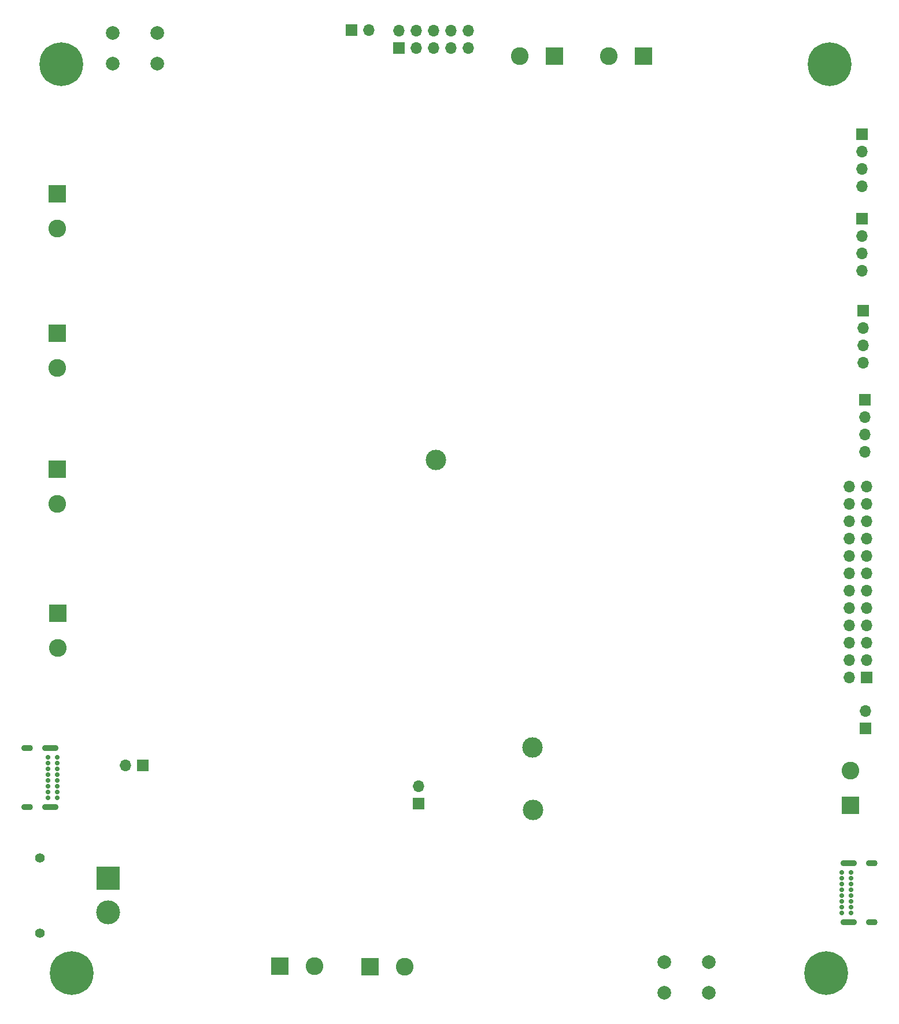
<source format=gbs>
%TF.GenerationSoftware,KiCad,Pcbnew,(5.1.10)-1*%
%TF.CreationDate,2021-09-21T14:48:15-05:00*%
%TF.ProjectId,SkidSteer_PCB,536b6964-5374-4656-9572-5f5043422e6b,rev?*%
%TF.SameCoordinates,Original*%
%TF.FileFunction,Soldermask,Bot*%
%TF.FilePolarity,Negative*%
%FSLAX46Y46*%
G04 Gerber Fmt 4.6, Leading zero omitted, Abs format (unit mm)*
G04 Created by KiCad (PCBNEW (5.1.10)-1) date 2021-09-21 14:48:15*
%MOMM*%
%LPD*%
G01*
G04 APERTURE LIST*
%ADD10R,1.700000X1.700000*%
%ADD11O,1.700000X1.700000*%
%ADD12C,3.000000*%
%ADD13C,3.500000*%
%ADD14R,3.500000X3.500000*%
%ADD15C,1.400000*%
%ADD16R,2.600000X2.600000*%
%ADD17C,2.600000*%
%ADD18C,6.400000*%
%ADD19C,0.800000*%
%ADD20O,1.700000X0.900000*%
%ADD21O,2.400000X0.900000*%
%ADD22C,0.700000*%
%ADD23C,2.000000*%
G04 APERTURE END LIST*
D10*
%TO.C,J4*%
X149905720Y-123210320D03*
D11*
X147365720Y-123210320D03*
X149905720Y-120670320D03*
X147365720Y-120670320D03*
X149905720Y-118130320D03*
X147365720Y-118130320D03*
X149905720Y-115590320D03*
X147365720Y-115590320D03*
X149905720Y-113050320D03*
X147365720Y-113050320D03*
X149905720Y-110510320D03*
X147365720Y-110510320D03*
X149905720Y-107970320D03*
X147365720Y-107970320D03*
X149905720Y-105430320D03*
X147365720Y-105430320D03*
X149905720Y-102890320D03*
X147365720Y-102890320D03*
X149905720Y-100350320D03*
X147365720Y-100350320D03*
X149905720Y-97810320D03*
X147365720Y-97810320D03*
X149905720Y-95270320D03*
X147365720Y-95270320D03*
%TD*%
D10*
%TO.C,J16*%
X149651720Y-82633820D03*
D11*
X149651720Y-85173820D03*
X149651720Y-87713820D03*
X149651720Y-90253820D03*
%TD*%
%TO.C,J15*%
X149397720Y-77172820D03*
X149397720Y-74632820D03*
X149397720Y-72092820D03*
D10*
X149397720Y-69552820D03*
%TD*%
D11*
%TO.C,J14*%
X149270720Y-63710820D03*
X149270720Y-61170820D03*
X149270720Y-58630820D03*
D10*
X149270720Y-56090820D03*
%TD*%
D12*
%TO.C,TP5*%
X86844000Y-91382000D03*
%TD*%
D10*
%TO.C,J12*%
X81400000Y-31100000D03*
D11*
X81400000Y-28560000D03*
X83940000Y-31100000D03*
X83940000Y-28560000D03*
X86480000Y-31100000D03*
X86480000Y-28560000D03*
X89020000Y-31100000D03*
X89020000Y-28560000D03*
X91560000Y-31100000D03*
X91560000Y-28560000D03*
%TD*%
D12*
%TO.C,TP4*%
X101000000Y-133500000D03*
%TD*%
%TO.C,TP2*%
X101100000Y-142600000D03*
%TD*%
D13*
%TO.C,J1*%
X38862000Y-157654000D03*
D14*
X38862000Y-152654000D03*
D15*
X28862000Y-160654000D03*
X28862000Y-149654000D03*
%TD*%
D11*
%TO.C,J3*%
X77040000Y-28500000D03*
D10*
X74500000Y-28500000D03*
%TD*%
D11*
%TO.C,J21*%
X149743160Y-128127760D03*
D10*
X149743160Y-130667760D03*
%TD*%
D16*
%TO.C,J5*%
X31400000Y-52500000D03*
D17*
X31400000Y-57580000D03*
%TD*%
%TO.C,J6*%
X31400000Y-77980000D03*
D16*
X31400000Y-72900000D03*
%TD*%
%TO.C,J7*%
X31400000Y-92766280D03*
D17*
X31400000Y-97846280D03*
%TD*%
%TO.C,J8*%
X31500000Y-118935480D03*
D16*
X31500000Y-113855480D03*
%TD*%
D17*
%TO.C,J9*%
X99120000Y-32300000D03*
D16*
X104200000Y-32300000D03*
%TD*%
D17*
%TO.C,J10*%
X112120000Y-32300000D03*
D16*
X117200000Y-32300000D03*
%TD*%
D10*
%TO.C,J13*%
X149207220Y-43708320D03*
D11*
X149207220Y-46248320D03*
X149207220Y-48788320D03*
X149207220Y-51328320D03*
%TD*%
D16*
%TO.C,J17*%
X63957200Y-165500000D03*
D17*
X69037200Y-165500000D03*
%TD*%
%TO.C,J18*%
X82296000Y-165608000D03*
D16*
X77216000Y-165608000D03*
%TD*%
D18*
%TO.C,H1*%
X33500000Y-166500000D03*
D19*
X35900000Y-166500000D03*
X35197056Y-168197056D03*
X33500000Y-168900000D03*
X31802944Y-168197056D03*
X31100000Y-166500000D03*
X31802944Y-164802944D03*
X33500000Y-164100000D03*
X35197056Y-164802944D03*
%TD*%
D18*
%TO.C,H2*%
X144000000Y-166500000D03*
D19*
X146400000Y-166500000D03*
X145697056Y-168197056D03*
X144000000Y-168900000D03*
X142302944Y-168197056D03*
X141600000Y-166500000D03*
X142302944Y-164802944D03*
X144000000Y-164100000D03*
X145697056Y-164802944D03*
%TD*%
D18*
%TO.C,H3*%
X144500000Y-33500000D03*
D19*
X146900000Y-33500000D03*
X146197056Y-35197056D03*
X144500000Y-35900000D03*
X142802944Y-35197056D03*
X142100000Y-33500000D03*
X142802944Y-31802944D03*
X144500000Y-31100000D03*
X146197056Y-31802944D03*
%TD*%
%TO.C,H4*%
X33697056Y-31802944D03*
X32000000Y-31100000D03*
X30302944Y-31802944D03*
X29600000Y-33500000D03*
X30302944Y-35197056D03*
X32000000Y-35900000D03*
X33697056Y-35197056D03*
X34400000Y-33500000D03*
D18*
X32000000Y-33500000D03*
%TD*%
D20*
%TO.C,J19*%
X150664000Y-150434000D03*
X150664000Y-159084000D03*
D21*
X147284000Y-150434000D03*
X147284000Y-159084000D03*
D22*
X147654000Y-154334000D03*
X147654000Y-151784000D03*
X147654000Y-152634000D03*
X147654000Y-153484000D03*
X147654000Y-157734000D03*
X147654000Y-156034000D03*
X147654000Y-155184000D03*
X147654000Y-156884000D03*
X146304000Y-151784000D03*
X146304000Y-152634000D03*
X146304000Y-153484000D03*
X146304000Y-154334000D03*
X146304000Y-155184000D03*
X146304000Y-156034000D03*
X146304000Y-156884000D03*
X146304000Y-157734000D03*
%TD*%
%TO.C,J20*%
X31343600Y-134924800D03*
X31343600Y-135774800D03*
X31343600Y-136624800D03*
X31343600Y-137474800D03*
X31343600Y-138324800D03*
X31343600Y-139174800D03*
X31343600Y-140024800D03*
X31343600Y-140874800D03*
X29993600Y-135774800D03*
X29993600Y-137474800D03*
X29993600Y-136624800D03*
X29993600Y-134924800D03*
X29993600Y-139174800D03*
X29993600Y-140024800D03*
X29993600Y-140874800D03*
X29993600Y-138324800D03*
D21*
X30363600Y-133574800D03*
X30363600Y-142224800D03*
D20*
X26983600Y-133574800D03*
X26983600Y-142224800D03*
%TD*%
D10*
%TO.C,JP1*%
X84328000Y-141732000D03*
D11*
X84328000Y-139192000D03*
%TD*%
%TO.C,JP2*%
X41402000Y-136144000D03*
D10*
X43942000Y-136144000D03*
%TD*%
D23*
%TO.C,SW1*%
X126771400Y-164892600D03*
X126771400Y-169392600D03*
X120271400Y-164892600D03*
X120271400Y-169392600D03*
%TD*%
%TO.C,SW2*%
X46000000Y-28900000D03*
X46000000Y-33400000D03*
X39500000Y-28900000D03*
X39500000Y-33400000D03*
%TD*%
D16*
%TO.C,J2*%
X147574000Y-141986000D03*
D17*
X147574000Y-136906000D03*
%TD*%
M02*

</source>
